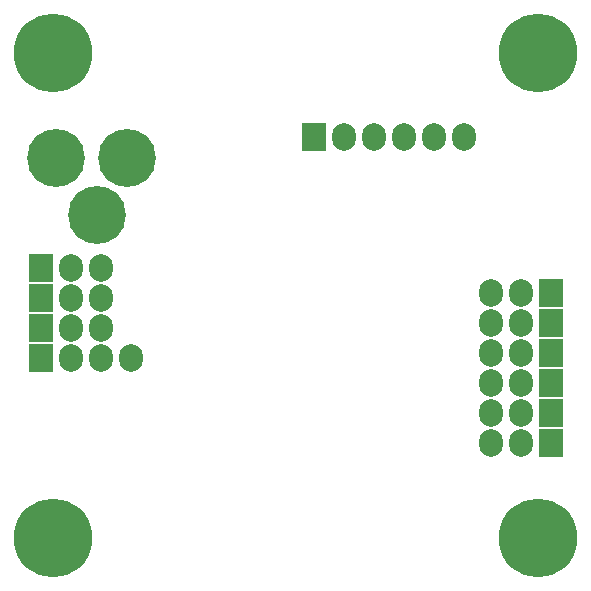
<source format=gbr>
G04 #@! TF.FileFunction,Soldermask,Bot*
%FSLAX46Y46*%
G04 Gerber Fmt 4.6, Leading zero omitted, Abs format (unit mm)*
G04 Created by KiCad (PCBNEW (after 2015-mar-04 BZR unknown)-product) date 11/8/2016 10:56:30 AM*
%MOMM*%
G01*
G04 APERTURE LIST*
%ADD10C,0.150000*%
%ADD11C,6.654800*%
%ADD12R,2.032000X2.336800*%
%ADD13O,2.032000X2.336800*%
%ADD14C,4.904800*%
G04 APERTURE END LIST*
D10*
D11*
X14000000Y-55000000D03*
X55000000Y-55000000D03*
X55000000Y-14000000D03*
X14000000Y-14000000D03*
D12*
X36068000Y-21082000D03*
D13*
X38608000Y-21082000D03*
X41148000Y-21082000D03*
X43688000Y-21082000D03*
X46228000Y-21082000D03*
X48768000Y-21082000D03*
D14*
X14200000Y-22900000D03*
X20200000Y-22900000D03*
X17700000Y-27700000D03*
D12*
X56134000Y-46990000D03*
D13*
X53594000Y-46990000D03*
X51054000Y-46990000D03*
D12*
X56134000Y-44450000D03*
D13*
X53594000Y-44450000D03*
X51054000Y-44450000D03*
D12*
X56134000Y-41910000D03*
D13*
X53594000Y-41910000D03*
X51054000Y-41910000D03*
D12*
X56134000Y-39370000D03*
D13*
X53594000Y-39370000D03*
X51054000Y-39370000D03*
D12*
X56134000Y-36830000D03*
D13*
X53594000Y-36830000D03*
X51054000Y-36830000D03*
D12*
X56134000Y-34290000D03*
D13*
X53594000Y-34290000D03*
X51054000Y-34290000D03*
D12*
X12954000Y-32131000D03*
D13*
X15494000Y-32131000D03*
X18034000Y-32131000D03*
D12*
X12954000Y-34671000D03*
D13*
X15494000Y-34671000D03*
X18034000Y-34671000D03*
D12*
X12954000Y-37211000D03*
D13*
X15494000Y-37211000D03*
X18034000Y-37211000D03*
D12*
X12954000Y-39751000D03*
D13*
X15494000Y-39751000D03*
X18034000Y-39751000D03*
X20574000Y-39751000D03*
M02*

</source>
